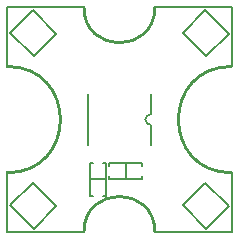
<source format=gbo>
G04*
G04 #@! TF.GenerationSoftware,Altium Limited,Altium Designer,20.1.14 (287)*
G04*
G04 Layer_Color=32896*
%FSLAX25Y25*%
%MOIN*%
G70*
G04*
G04 #@! TF.SameCoordinates,B6366777-46FB-4962-93CD-1CBD7AC75519*
G04*
G04*
G04 #@! TF.FilePolarity,Positive*
G04*
G01*
G75*
%ADD10C,0.00787*%
%ADD12C,0.01000*%
%ADD26C,0.00598*%
%ADD27C,0.00591*%
%ADD28C,0.00600*%
D10*
X21043Y-28531D02*
X28531Y-21043D01*
X36438Y-28949D01*
X28949Y-36438D02*
X36438Y-28949D01*
X21043Y-28531D02*
X28949Y-36438D01*
X21043Y28949D02*
X28531Y36438D01*
X36438Y28531D01*
X28949Y21043D02*
X36438Y28531D01*
X21043Y28949D02*
X28949Y21043D01*
X-36438Y28949D02*
X-28949Y36438D01*
X-21043Y28531D01*
X-28531Y21043D02*
X-21043Y28531D01*
X-36438Y28949D02*
X-28531Y21043D01*
X-36438Y-28531D02*
X-28949Y-21043D01*
X-21043Y-28949D01*
X-28531Y-36438D02*
X-21043Y-28949D01*
X-36438Y-28531D02*
X-28531Y-36438D01*
X-37402Y37402D02*
X-11817D01*
X11818Y37402D02*
X37402D01*
Y17721D02*
Y37402D01*
Y-37401D02*
Y-17721D01*
X11818Y-37401D02*
X37402D01*
X-11817Y-37402D02*
Y-37401D01*
X-37402Y-37402D02*
X-11817D01*
X-37402D02*
Y-17721D01*
Y17721D02*
Y37402D01*
D12*
X11818Y-37401D02*
G03*
X-11817Y-37401I-11818J0D01*
G01*
Y37402D02*
G03*
X11818Y37402I11818J-0D01*
G01*
X37402Y17721D02*
G03*
X37402Y-17721I0J-17721D01*
G01*
X-37402D02*
G03*
X-37402Y17721I0J17721D01*
G01*
D26*
X10400Y1739D02*
G03*
X10432Y-1738I-11J-1739D01*
G01*
D27*
X-9939Y-19870D02*
X-4427D01*
X-5609Y-25382D02*
X-4427D01*
Y-14358D01*
X-5609D02*
X-4427D01*
X-9939D02*
X-8758D01*
X-9939Y-25382D02*
Y-14358D01*
Y-25382D02*
X-8758D01*
X2079Y-19939D02*
Y-14427D01*
X7591Y-15608D02*
Y-14427D01*
X-3433D02*
X7591D01*
X-3433Y-15608D02*
Y-14427D01*
Y-19939D02*
Y-18757D01*
Y-19939D02*
X7591D01*
Y-18757D01*
D28*
X10400Y1739D02*
Y8400D01*
X-10400Y-8400D02*
Y8400D01*
X10400Y-8400D02*
X10432Y-1738D01*
M02*

</source>
